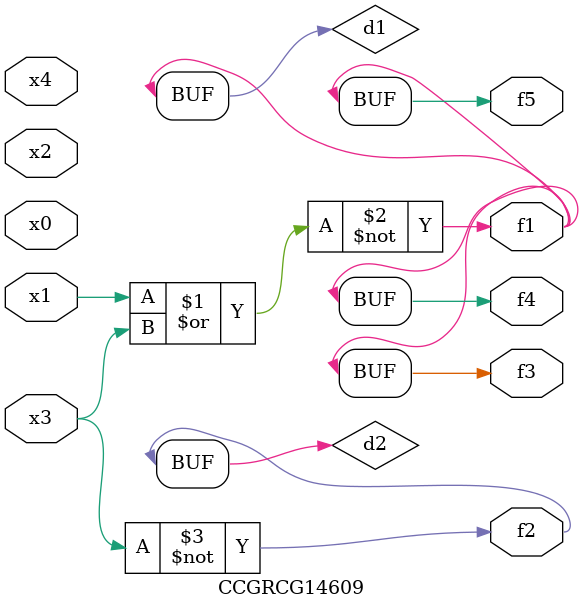
<source format=v>
module CCGRCG14609(
	input x0, x1, x2, x3, x4,
	output f1, f2, f3, f4, f5
);

	wire d1, d2;

	nor (d1, x1, x3);
	not (d2, x3);
	assign f1 = d1;
	assign f2 = d2;
	assign f3 = d1;
	assign f4 = d1;
	assign f5 = d1;
endmodule

</source>
